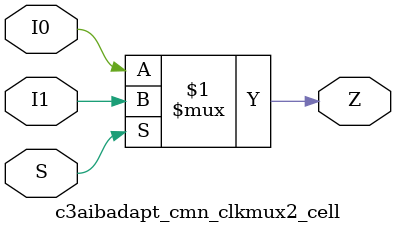
<source format=v>
module c3aibadapt_cmn_clkmux2_cell
(
        output  wire    Z,
        input   wire    I0,
        input   wire    I1,
        input   wire    S
);

      assign Z = S ? I1 : I0;

endmodule // c3aibadapt_cmn_clkmux2_cell

</source>
